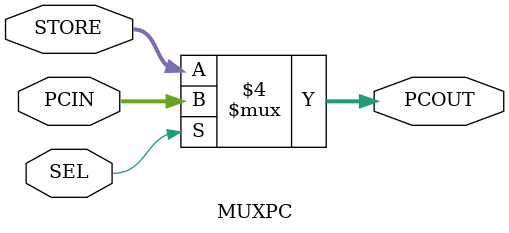
<source format=v>
`timescale 1ns/100ps
module MUXPC (STORE, PCIN, SEL, PCOUT);
    
    input SEL;              //inputs for the multiplexer
    input [31:0] STORE, PCIN;
    output reg [31:0] PCOUT;//output and register for the multiplexer

   //assign PCOUT = (1'bX)?PCIN:STORE;  //this not work for the dont care conditions
    always @ (*)//resting pc when reset is high is done at asynchronously and having 1 time delay
     begin
        if(SEL == 1)//selection is one only for jump or branch if equal occasions
     	   PCOUT = PCIN;//this happen only when jump or branch if equal occasions are happened
        else
           PCOUT = STORE;//for other events
     end
 
endmodule

</source>
